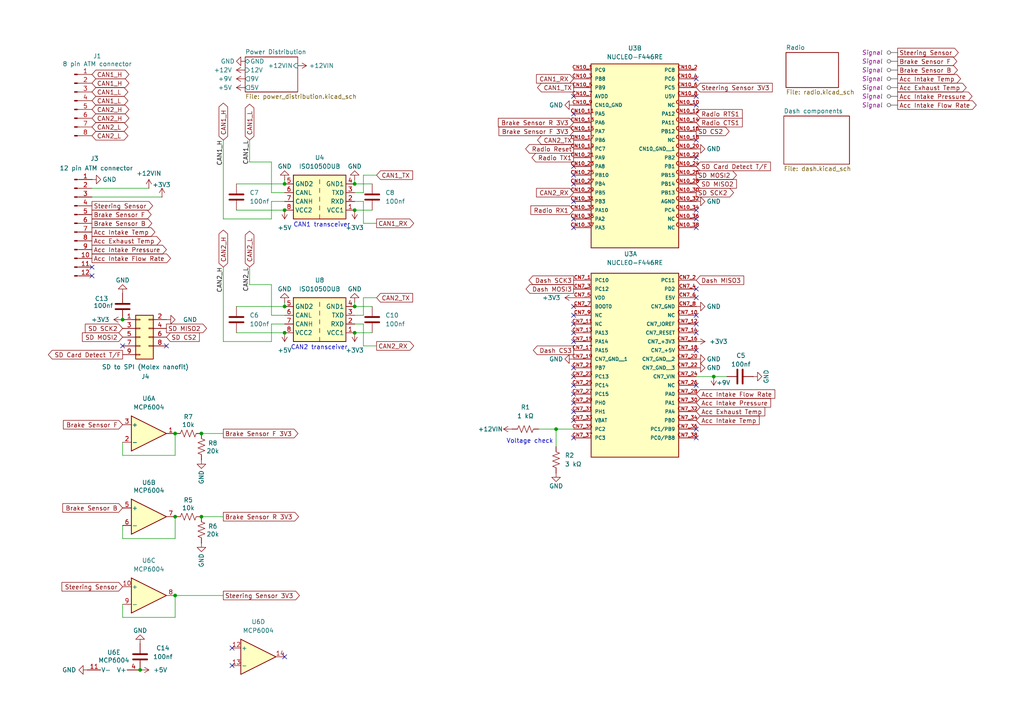
<source format=kicad_sch>
(kicad_sch (version 20231120) (generator "eeschema") (generator_version "8.0")
  (paper "A4")
  (title_block (title "Telemetry Board") (date "2024-11-22") (rev "1.0"))
  (lib_symbols
    (symbol "Amplifier_Operational:MCP6004" (pin_names (offset 0.127))
      (property "Reference" "U" (at 0 5.08 0))
      (property "Value" "MCP6004" (at 0 -5.08 0))
      (symbol "MCP6004_1_1"
        (polyline (pts (xy -5.08 5.08) (xy 5.08 0) (xy -5.08 -5.08) (xy -5.08 5.08)) (stroke (width 0.254)) (fill (type background)))
        (pin output line (at 7.62 0 180) (length 2.54) (name "~") (number "1"))
        (pin input line (at -7.62 -2.54 0) (length 2.54) (name "-") (number "2"))
        (pin input line (at -7.62 2.54 0) (length 2.54) (name "+") (number "3"))
      )
      (symbol "MCP6004_2_1"
        (polyline (pts (xy -5.08 5.08) (xy 5.08 0) (xy -5.08 -5.08) (xy -5.08 5.08)) (stroke (width 0.254)) (fill (type background)))
        (pin input line (at -7.62 2.54 0) (length 2.54) (name "+") (number "5"))
        (pin input line (at -7.62 -2.54 0) (length 2.54) (name "-") (number "6"))
        (pin output line (at 7.62 0 180) (length 2.54) (name "~") (number "7"))
      )
      (symbol "MCP6004_3_1"
        (polyline (pts (xy -5.08 5.08) (xy 5.08 0) (xy -5.08 -5.08) (xy -5.08 5.08)) (stroke (width 0.254)) (fill (type background)))
        (pin input line (at -7.62 2.54 0) (length 2.54) (name "+") (number "10"))
        (pin output line (at 7.62 0 180) (length 2.54) (name "~") (number "8"))
        (pin input line (at -7.62 -2.54 0) (length 2.54) (name "-") (number "9"))
      )
      (symbol "MCP6004_4_1"
        (polyline (pts (xy -5.08 5.08) (xy 5.08 0) (xy -5.08 -5.08) (xy -5.08 5.08)) (stroke (width 0.254)) (fill (type background)))
        (pin input line (at -7.62 2.54 0) (length 2.54) (name "+") (number "12"))
        (pin input line (at -7.62 -2.54 0) (length 2.54) (name "-") (number "13"))
        (pin output line (at 7.62 0 180) (length 2.54) (name "~") (number "14"))
      )
      (symbol "MCP6004_5_1"
        (pin power_in line (at -2.54 -7.62 90) (length 3.81) (name "V-") (number "11"))
        (pin power_in line (at -2.54 7.62 270) (length 3.81) (name "V+") (number "4"))
      )
    )
    (symbol "Connector:Conn_01x08_Pin" (pin_names (offset 1.016) hide)
      (property "Reference" "J" (at 0 10.16 0))
      (property "Value" "Conn_01x08_Pin" (at 0 -12.7 0))
      (symbol "Conn_01x08_Pin_1_1"
        (polyline (pts (xy 1.27 -10.16) (xy 0.8636 -10.16)) (stroke (width 0.1524)))
        (polyline (pts (xy 1.27 -7.62) (xy 0.8636 -7.62)) (stroke (width 0.1524)))
        (polyline (pts (xy 1.27 -5.08) (xy 0.8636 -5.08)) (stroke (width 0.1524)))
        (polyline (pts (xy 1.27 -2.54) (xy 0.8636 -2.54)) (stroke (width 0.1524)))
        (polyline (pts (xy 1.27 0) (xy 0.8636 0)) (stroke (width 0.1524)))
        (polyline (pts (xy 1.27 2.54) (xy 0.8636 2.54)) (stroke (width 0.1524)))
        (polyline (pts (xy 1.27 5.08) (xy 0.8636 5.08)) (stroke (width 0.1524)))
        (polyline (pts (xy 1.27 7.62) (xy 0.8636 7.62)) (stroke (width 0.1524)))
        (rectangle (start 0.8636 -10.033) (end 0 -10.287) (stroke (width 0.1524)) (fill (type outline)))
        (rectangle (start 0.8636 -7.493) (end 0 -7.747) (stroke (width 0.1524)) (fill (type outline)))
        (rectangle (start 0.8636 -4.953) (end 0 -5.207) (stroke (width 0.1524)) (fill (type outline)))
        (rectangle (start 0.8636 -2.413) (end 0 -2.667) (stroke (width 0.1524)) (fill (type outline)))
        (rectangle (start 0.8636 0.127) (end 0 -0.127) (stroke (width 0.1524)) (fill (type outline)))
        (rectangle (start 0.8636 2.667) (end 0 2.413) (stroke (width 0.1524)) (fill (type outline)))
        (rectangle (start 0.8636 5.207) (end 0 4.953) (stroke (width 0.1524)) (fill (type outline)))
        (rectangle (start 0.8636 7.747) (end 0 7.493) (stroke (width 0.1524)) (fill (type outline)))
        (pin passive line (at 5.08 7.62 180) (length 3.81) (name "Pin_1") (number "1"))
        (pin passive line (at 5.08 5.08 180) (length 3.81) (name "Pin_2") (number "2"))
        (pin passive line (at 5.08 2.54 180) (length 3.81) (name "Pin_3") (number "3"))
        (pin passive line (at 5.08 0 180) (length 3.81) (name "Pin_4") (number "4"))
        (pin passive line (at 5.08 -2.54 180) (length 3.81) (name "Pin_5") (number "5"))
        (pin passive line (at 5.08 -5.08 180) (length 3.81) (name "Pin_6") (number "6"))
        (pin passive line (at 5.08 -7.62 180) (length 3.81) (name "Pin_7") (number "7"))
        (pin passive line (at 5.08 -10.16 180) (length 3.81) (name "Pin_8") (number "8"))
      )
    )
    (symbol "Connector:Conn_01x12_Pin" (pin_names (offset 1.016) hide)
      (property "Reference" "J" (at 0 15.24 0))
      (property "Value" "Conn_01x12_Pin" (at 0 -17.78 0))
      (symbol "Conn_01x12_Pin_1_1"
        (polyline (pts (xy 1.27 -15.24) (xy 0.8636 -15.24)) (stroke (width 0.1524)))
        (polyline (pts (xy 1.27 -12.7) (xy 0.8636 -12.7)) (stroke (width 0.1524)))
        (polyline (pts (xy 1.27 -10.16) (xy 0.8636 -10.16)) (stroke (width 0.1524)))
        (polyline (pts (xy 1.27 -7.62) (xy 0.8636 -7.62)) (stroke (width 0.1524)))
        (polyline (pts (xy 1.27 -5.08) (xy 0.8636 -5.08)) (stroke (width 0.1524)))
        (polyline (pts (xy 1.27 -2.54) (xy 0.8636 -2.54)) (stroke (width 0.1524)))
        (polyline (pts (xy 1.27 0) (xy 0.8636 0)) (stroke (width 0.1524)))
        (polyline (pts (xy 1.27 2.54) (xy 0.8636 2.54)) (stroke (width 0.1524)))
        (polyline (pts (xy 1.27 5.08) (xy 0.8636 5.08)) (stroke (width 0.1524)))
        (polyline (pts (xy 1.27 7.62) (xy 0.8636 7.62)) (stroke (width 0.1524)))
        (polyline (pts (xy 1.27 10.16) (xy 0.8636 10.16)) (stroke (width 0.1524)))
        (polyline (pts (xy 1.27 12.7) (xy 0.8636 12.7)) (stroke (width 0.1524)))
        (rectangle (start 0.8636 -15.113) (end 0 -15.367) (stroke (width 0.1524)) (fill (type outline)))
        (rectangle (start 0.8636 -12.573) (end 0 -12.827) (stroke (width 0.1524)) (fill (type outline)))
        (rectangle (start 0.8636 -10.033) (end 0 -10.287) (stroke (width 0.1524)) (fill (type outline)))
        (rectangle (start 0.8636 -7.493) (end 0 -7.747) (stroke (width 0.1524)) (fill (type outline)))
        (rectangle (start 0.8636 -4.953) (end 0 -5.207) (stroke (width 0.1524)) (fill (type outline)))
        (rectangle (start 0.8636 -2.413) (end 0 -2.667) (stroke (width 0.1524)) (fill (type outline)))
        (rectangle (start 0.8636 0.127) (end 0 -0.127) (stroke (width 0.1524)) (fill (type outline)))
        (rectangle (start 0.8636 2.667) (end 0 2.413) (stroke (width 0.1524)) (fill (type outline)))
        (rectangle (start 0.8636 5.207) (end 0 4.953) (stroke (width 0.1524)) (fill (type outline)))
        (rectangle (start 0.8636 7.747) (end 0 7.493) (stroke (width 0.1524)) (fill (type outline)))
        (rectangle (start 0.8636 10.287) (end 0 10.033) (stroke (width 0.1524)) (fill (type outline)))
        (rectangle (start 0.8636 12.827) (end 0 12.573) (stroke (width 0.1524)) (fill (type outline)))
        (pin passive line (at 5.08 12.7 180) (length 3.81) (name "Pin_1") (number "1"))
        (pin passive line (at 5.08 -10.16 180) (length 3.81) (name "Pin_10") (number "10"))
        (pin passive line (at 5.08 -12.7 180) (length 3.81) (name "Pin_11") (number "11"))
        (pin passive line (at 5.08 -15.24 180) (length 3.81) (name "Pin_12") (number "12"))
        (pin passive line (at 5.08 10.16 180) (length 3.81) (name "Pin_2") (number "2"))
        (pin passive line (at 5.08 7.62 180) (length 3.81) (name "Pin_3") (number "3"))
        (pin passive line (at 5.08 5.08 180) (length 3.81) (name "Pin_4") (number "4"))
        (pin passive line (at 5.08 2.54 180) (length 3.81) (name "Pin_5") (number "5"))
        (pin passive line (at 5.08 0 180) (length 3.81) (name "Pin_6") (number "6"))
        (pin passive line (at 5.08 -2.54 180) (length 3.81) (name "Pin_7") (number "7"))
        (pin passive line (at 5.08 -5.08 180) (length 3.81) (name "Pin_8") (number "8"))
        (pin passive line (at 5.08 -7.62 180) (length 3.81) (name "Pin_9") (number "9"))
      )
    )
    (symbol "Connector_Generic:Conn_2Rows-09Pins" (pin_names (offset 1.016) hide)
      (property "Reference" "J" (at 1.27 7.62 0))
      (property "Value" "Conn_2Rows-09Pins" (at 1.27 -7.62 0))
      (symbol "Conn_2Rows-09Pins_1_1"
        (rectangle (start -1.27 -4.953) (end 0 -5.207) (stroke (width 0.1524)))
        (rectangle (start -1.27 -2.413) (end 0 -2.667) (stroke (width 0.1524)))
        (rectangle (start -1.27 0.127) (end 0 -0.127) (stroke (width 0.1524)))
        (rectangle (start -1.27 2.667) (end 0 2.413) (stroke (width 0.1524)))
        (rectangle (start -1.27 5.207) (end 0 4.953) (stroke (width 0.1524)))
        (rectangle (start -1.27 6.35) (end 3.81 -6.35) (stroke (width 0.254)) (fill (type background)))
        (rectangle (start 3.81 -2.413) (end 2.54 -2.667) (stroke (width 0.1524)))
        (rectangle (start 3.81 0.127) (end 2.54 -0.127) (stroke (width 0.1524)))
        (rectangle (start 3.81 2.667) (end 2.54 2.413) (stroke (width 0.1524)))
        (rectangle (start 3.81 5.207) (end 2.54 4.953) (stroke (width 0.1524)))
        (pin passive line (at -5.08 5.08 0) (length 3.81) (name "Pin_1") (number "1"))
        (pin passive line (at 7.62 5.08 180) (length 3.81) (name "Pin_2") (number "2"))
        (pin passive line (at -5.08 2.54 0) (length 3.81) (name "Pin_3") (number "3"))
        (pin passive line (at 7.62 2.54 180) (length 3.81) (name "Pin_4") (number "4"))
        (pin passive line (at -5.08 0 0) (length 3.81) (name "Pin_5") (number "5"))
        (pin passive line (at 7.62 0 180) (length 3.81) (name "Pin_6") (number "6"))
        (pin passive line (at -5.08 -2.54 0) (length 3.81) (name "Pin_7") (number "7"))
        (pin passive line (at 7.62 -2.54 180) (length 3.81) (name "Pin_8") (number "8"))
        (pin passive line (at -5.08 -5.08 0) (length 3.81) (name "Pin_9") (number "9"))
      )
    )
    (symbol "Device:C" (pin_numbers hide) (pin_names (offset 0.254))
      (property "Reference" "C" (at 0.635 2.54 0))
      (property "Value" "C" (at 0.635 -2.54 0))
      (symbol "C_0_1"
        (polyline (pts (xy -2.032 -0.762) (xy 2.032 -0.762)) (stroke (width 0.508)))
        (polyline (pts (xy -2.032 0.762) (xy 2.032 0.762)) (stroke (width 0.508)))
      )
      (symbol "C_1_1"
        (pin passive line (at 0 3.81 270) (length 2.794) (name "~") (number "1"))
        (pin passive line (at 0 -3.81 90) (length 2.794) (name "~") (number "2"))
      )
    )
    (symbol "Device:R_US" (pin_numbers hide) (pin_names (offset 0))
      (property "Reference" "R" (at 2.54 0 90))
      (property "Value" "R_US" (at -2.54 0 90))
      (symbol "R_US_0_1"
        (polyline (pts (xy 0 -2.286) (xy 0 -2.54)))
        (polyline (pts (xy 0 2.286) (xy 0 2.54)))
        (polyline (pts (xy 0 -0.762) (xy 1.016 -1.143) (xy 0 -1.524) (xy -1.016 -1.905) (xy 0 -2.286)))
        (polyline (pts (xy 0 0.762) (xy 1.016 0.381) (xy 0 0) (xy -1.016 -0.381) (xy 0 -0.762)))
        (polyline (pts (xy 0 2.286) (xy 1.016 1.905) (xy 0 1.524) (xy -1.016 1.143) (xy 0 0.762)))
      )
      (symbol "R_US_1_1"
        (pin passive line (at 0 3.81 270) (length 1.27) (name "~") (number "1"))
        (pin passive line (at 0 -3.81 90) (length 1.27) (name "~") (number "2"))
      )
    )
    (symbol "FS_3_Global_Symbol_Library:NUCLEO-F446RE" (pin_names (offset 1.016))
      (property "Reference" "U" (at -12.446 26.67 0))
      (property "Value" "NUCLEO-F446RE" (at -8.382 -24.384 0))
      (symbol "NUCLEO-F446RE_1_0"
        (rectangle (start -12.7 26.162) (end 12.7 -27.178) (stroke (width 0.254)) (fill (type background)))
        (pin bidirectional line (at -17.78 24.13 0) (length 5.08) (name "PC10") (number "CN7_1"))
        (pin free line (at 17.78 13.97 180) (length 5.08) (name "NC") (number "CN7_10"))
        (pin free line (at -17.78 11.43 0) (length 5.08) (name "NC") (number "CN7_11"))
        (pin bidirectional line (at 17.78 11.43 180) (length 5.08) (name "CN7_IOREF") (number "CN7_12"))
        (pin bidirectional line (at -17.78 8.89 0) (length 5.08) (name "PA13") (number "CN7_13"))
        (pin bidirectional line (at 17.78 8.89 180) (length 5.08) (name "CN7_RESET") (number "CN7_14"))
        (pin bidirectional line (at -17.78 6.35 0) (length 5.08) (name "PA14") (number "CN7_15"))
        (pin power_out line (at 17.78 6.35 180) (length 5.08) (name "CN7_+3V3") (number "CN7_16"))
        (pin bidirectional line (at -17.78 3.81 0) (length 5.08) (name "PA15") (number "CN7_17"))
        (pin power_in line (at 17.78 3.81 180) (length 5.08) (name "CN7_+5V") (number "CN7_18"))
        (pin power_in line (at -17.78 1.27 0) (length 5.08) (name "CN7_GND__1") (number "CN7_19"))
        (pin bidirectional line (at 17.78 24.13 180) (length 5.08) (name "PC11") (number "CN7_2"))
        (pin power_in line (at 17.78 1.27 180) (length 5.08) (name "CN7_GND__2") (number "CN7_20"))
        (pin bidirectional line (at -17.78 -1.27 0) (length 5.08) (name "PB7") (number "CN7_21"))
        (pin power_in line (at 17.78 -1.27 180) (length 5.08) (name "CN7_GND__3") (number "CN7_22"))
        (pin bidirectional line (at -17.78 -3.81 0) (length 5.08) (name "PC13") (number "CN7_23"))
        (pin power_in line (at 17.78 -3.81 180) (length 5.08) (name "CN7_VIN") (number "CN7_24"))
        (pin bidirectional line (at -17.78 -6.35 0) (length 5.08) (name "PC14") (number "CN7_25"))
        (pin free line (at 17.78 -6.35 180) (length 5.08) (name "NC") (number "CN7_26"))
        (pin bidirectional line (at -17.78 -8.89 0) (length 5.08) (name "PC15") (number "CN7_27"))
        (pin bidirectional line (at 17.78 -8.89 180) (length 5.08) (name "PA0") (number "CN7_28"))
        (pin bidirectional line (at -17.78 -11.43 0) (length 5.08) (name "PH0") (number "CN7_29"))
        (pin bidirectional line (at -17.78 21.59 0) (length 5.08) (name "PC12") (number "CN7_3"))
        (pin bidirectional line (at 17.78 -11.43 180) (length 5.08) (name "PA1") (number "CN7_30"))
        (pin bidirectional line (at -17.78 -13.97 0) (length 5.08) (name "PH1") (number "CN7_31"))
        (pin bidirectional line (at 17.78 -13.97 180) (length 5.08) (name "PA4") (number "CN7_32"))
        (pin power_in line (at -17.78 -16.51 0) (length 5.08) (name "VBAT") (number "CN7_33"))
        (pin bidirectional line (at 17.78 -16.51 180) (length 5.08) (name "PB0") (number "CN7_34"))
        (pin bidirectional line (at -17.78 -19.05 0) (length 5.08) (name "PC2") (number "CN7_35"))
        (pin bidirectional line (at 17.78 -19.05 180) (length 5.08) (name "PC1/PB9") (number "CN7_36"))
        (pin bidirectional line (at -17.78 -21.59 0) (length 5.08) (name "PC3") (number "CN7_37"))
        (pin bidirectional line (at 17.78 -21.59 180) (length 5.08) (name "PC0/PB8") (number "CN7_38"))
        (pin bidirectional line (at 17.78 21.59 180) (length 5.08) (name "PD2") (number "CN7_4"))
        (pin power_in line (at -17.78 19.05 0) (length 5.08) (name "VDD") (number "CN7_5"))
        (pin power_in line (at 17.78 19.05 180) (length 5.08) (name "E5V") (number "CN7_6"))
        (pin bidirectional line (at -17.78 16.51 0) (length 5.08) (name "BOOT0") (number "CN7_7"))
        (pin power_in line (at 17.78 16.51 180) (length 5.08) (name "CN7_GND") (number "CN7_8"))
        (pin free line (at -17.78 13.97 0) (length 5.08) (name "NC") (number "CN7_9"))
      )
      (symbol "NUCLEO-F446RE_2_0"
        (rectangle (start -12.7 25.908) (end 12.7 -27.432) (stroke (width 0.254)) (fill (type background)))
        (pin bidirectional line (at -17.78 24.13 0) (length 5.08) (name "PC9") (number "CN10_1"))
        (pin free line (at 17.78 13.97 180) (length 5.08) (name "NC") (number "CN10_10"))
        (pin bidirectional line (at -17.78 11.43 0) (length 5.08) (name "PA5") (number "CN10_11"))
        (pin bidirectional line (at 17.78 11.43 180) (length 5.08) (name "PA12") (number "CN10_12"))
        (pin bidirectional line (at -17.78 8.89 0) (length 5.08) (name "PA6") (number "CN10_13"))
        (pin bidirectional line (at 17.78 8.89 180) (length 5.08) (name "PA11") (number "CN10_14"))
        (pin bidirectional line (at -17.78 6.35 0) (length 5.08) (name "PA7") (number "CN10_15"))
        (pin bidirectional line (at 17.78 6.35 180) (length 5.08) (name "PB12") (number "CN10_16"))
        (pin bidirectional line (at -17.78 3.81 0) (length 5.08) (name "PB6") (number "CN10_17"))
        (pin free line (at 17.78 3.81 180) (length 5.08) (name "NC") (number "CN10_18"))
        (pin bidirectional line (at -17.78 1.27 0) (length 5.08) (name "PC7") (number "CN10_19"))
        (pin bidirectional line (at 17.78 24.13 180) (length 5.08) (name "PC8") (number "CN10_2"))
        (pin power_in line (at 17.78 1.27 180) (length 5.08) (name "CN10_GND__1") (number "CN10_20"))
        (pin bidirectional line (at -17.78 -1.27 0) (length 5.08) (name "PA9") (number "CN10_21"))
        (pin bidirectional line (at 17.78 -1.27 180) (length 5.08) (name "PB2") (number "CN10_22"))
        (pin bidirectional line (at -17.78 -3.81 0) (length 5.08) (name "PA8") (number "CN10_23"))
        (pin bidirectional line (at 17.78 -3.81 180) (length 5.08) (name "PB1") (number "CN10_24"))
        (pin bidirectional line (at -17.78 -6.35 0) (length 5.08) (name "PB10") (number "CN10_25"))
        (pin bidirectional line (at 17.78 -6.35 180) (length 5.08) (name "PB15") (number "CN10_26"))
        (pin bidirectional line (at -17.78 -8.89 0) (length 5.08) (name "PB4") (number "CN10_27"))
        (pin bidirectional line (at 17.78 -8.89 180) (length 5.08) (name "PB14") (number "CN10_28"))
        (pin bidirectional line (at -17.78 -11.43 0) (length 5.08) (name "PB5") (number "CN10_29"))
        (pin bidirectional line (at -17.78 21.59 0) (length 5.08) (name "PB8") (number "CN10_3"))
        (pin bidirectional line (at 17.78 -11.43 180) (length 5.08) (name "PB13") (number "CN10_30"))
        (pin bidirectional line (at -17.78 -13.97 0) (length 5.08) (name "PB3") (number "CN10_31"))
        (pin power_in line (at 17.78 -13.97 180) (length 5.08) (name "AGND") (number "CN10_32"))
        (pin bidirectional line (at -17.78 -16.51 0) (length 5.08) (name "PA10") (number "CN10_33"))
        (pin bidirectional line (at 17.78 -16.51 180) (length 5.08) (name "PC4") (number "CN10_34"))
        (pin bidirectional line (at -17.78 -19.05 0) (length 5.08) (name "PA2") (number "CN10_35"))
        (pin free line (at 17.78 -19.05 180) (length 5.08) (name "NC") (number "CN10_36"))
        (pin bidirectional line (at -17.78 -21.59 0) (length 5.08) (name "PA3") (number "CN10_37"))
        (pin free line (at 17.78 -21.59 180) (length 5.08) (name "NC") (number "CN10_38"))
        (pin bidirectional line (at 17.78 21.59 180) (length 5.08) (name "PC6") (number "CN10_4"))
        (pin bidirectional line (at -17.78 19.05 0) (length 5.08) (name "PB9") (number "CN10_5"))
        (pin bidirectional line (at 17.78 19.05 180) (length 5.08) (name "PC5") (number "CN10_6"))
        (pin power_in line (at -17.78 16.51 0) (length 5.08) (name "AVDD") (number "CN10_7"))
        (pin power_in line (at 17.78 16.51 180) (length 5.08) (name "U5V") (number "CN10_8"))
        (pin power_in line (at -17.78 13.97 0) (length 5.08) (name "CN10_GND") (number "CN10_9"))
      )
    )
    (symbol "Interface_CAN_LIN:ISO1050DUB"
      (property "Reference" "U" (at -6.35 6.35 0))
      (property "Value" "ISO1050DUB" (at 2.54 6.35 0))
      (symbol "ISO1050DUB_0_1"
        (rectangle (start -7.62 5.08) (end 7.62 -7.62) (stroke (width 0.254)) (fill (type background)))
        (polyline (pts (xy 0 -5.08) (xy 0 -6.35)))
        (polyline (pts (xy 0 -2.54) (xy 0 -3.81)))
        (polyline (pts (xy 0 0) (xy 0 -1.27)))
        (polyline (pts (xy 0 2.54) (xy 0 1.27)))
        (polyline (pts (xy 0 5.08) (xy 0 3.81)))
      )
      (symbol "ISO1050DUB_1_1"
        (pin power_in line (at -10.16 2.54 0) (length 2.54) (name "VCC1") (number "1"))
        (pin output line (at -10.16 0 0) (length 2.54) (name "RXD") (number "2"))
        (pin input line (at -10.16 -2.54 0) (length 2.54) (name "TXD") (number "3"))
        (pin power_in line (at -10.16 -5.08 0) (length 2.54) (name "GND1") (number "4"))
        (pin power_in line (at 10.16 -5.08 180) (length 2.54) (name "GND2") (number "5"))
        (pin bidirectional line (at 10.16 -2.54 180) (length 2.54) (name "CANL") (number "6"))
        (pin bidirectional line (at 10.16 0 180) (length 2.54) (name "CANH") (number "7"))
        (pin power_in line (at 10.16 2.54 180) (length 2.54) (name "VCC2") (number "8"))
      )
    )
    (symbol "power:+12V" (power) (pin_numbers hide) (pin_names (offset 0) hide)
      (property "Value" "+12V" (at 0 3.556 0))
      (symbol "+12V_0_1"
        (polyline (pts (xy -0.762 1.27) (xy 0 2.54)))
        (polyline (pts (xy 0 0) (xy 0 2.54)))
        (polyline (pts (xy 0 2.54) (xy 0.762 1.27)))
      )
      (symbol "+12V_1_1"
        (pin power_in line (at 0 0 90) (length 0) (name "~") (number "1"))
      )
    )
    (symbol "power:+3V3" (power) (pin_numbers hide) (pin_names (offset 0) hide)
      (property "Value" "+3V3" (at 0 3.556 0))
      (symbol "+3V3_0_1"
        (polyline (pts (xy -0.762 1.27) (xy 0 2.54)))
        (polyline (pts (xy 0 0) (xy 0 2.54)))
        (polyline (pts (xy 0 2.54) (xy 0.762 1.27)))
      )
      (symbol "+3V3_1_1"
        (pin power_in line (at 0 0 90) (length 0) (name "~") (number "1"))
      )
    )
    (symbol "power:+5V" (power) (pin_numbers hide) (pin_names (offset 0) hide)
      (property "Value" "+5V" (at 0 3.556 0))
      (symbol "+5V_0_1"
        (polyline (pts (xy -0.762 1.27) (xy 0 2.54)))
        (polyline (pts (xy 0 0) (xy 0 2.54)))
        (polyline (pts (xy 0 2.54) (xy 0.762 1.27)))
      )
      (symbol "+5V_1_1"
        (pin power_in line (at 0 0 90) (length 0) (name "~") (number "1"))
      )
    )
    (symbol "power:+9V" (power) (pin_numbers hide) (pin_names (offset 0) hide)
      (property "Value" "+9V" (at 0 3.556 0))
      (symbol "+9V_0_1"
        (polyline (pts (xy -0.762 1.27) (xy 0 2.54)))
        (polyline (pts (xy 0 0) (xy 0 2.54)))
        (polyline (pts (xy 0 2.54) (xy 0.762 1.27)))
      )
      (symbol "+9V_1_1"
        (pin power_in line (at 0 0 90) (length 0) (name "~") (number "1"))
      )
    )
    (symbol "power:GND" (power) (pin_numbers hide) (pin_names (offset 0) hide)
      (property "Value" "GND" (at 0 -3.81 0))
      (symbol "GND_0_1"
        (polyline (pts (xy 0 0) (xy 0 -1.27) (xy 1.27 -1.27) (xy 0 -2.54) (xy -1.27 -1.27) (xy 0 -1.27)))
      )
      (symbol "GND_1_1"
        (pin power_in line (at 0 0 270) (length 0) (name "~") (number "1"))
      )
    )
  )
  (junction (at 82.55 88.9))
  (junction (at 82.55 60.96))
  (junction (at 207.01 109.22))
  (junction (at 50.8 149.86))
  (junction (at 102.87 53.34))
  (junction (at 161.29 124.46))
  (junction (at 58.42 125.73))
  (junction (at 40.64 194.31))
  (junction (at 102.87 60.96))
  (junction (at 82.55 53.34))
  (junction (at 50.8 125.73))
  (junction (at 82.55 96.52))
  (junction (at 102.87 96.52))
  (junction (at 102.87 88.9))
  (junction (at 50.8 172.72))
  (junction (at 35.56 92.71))
  (junction (at 58.42 149.86))
  (no_connect (at 26.67 80.01))
  (no_connect (at 166.37 119.38))
  (no_connect (at 201.93 93.98))
  (no_connect (at 166.37 109.22))
  (no_connect (at 201.93 22.86))
  (no_connect (at 201.93 66.04))
  (no_connect (at 201.93 124.46))
  (no_connect (at 201.93 111.76))
  (no_connect (at 166.37 127))
  (no_connect (at 166.37 93.98))
  (no_connect (at 166.37 33.02))
  (no_connect (at 201.93 60.96))
  (no_connect (at 166.37 116.84))
  (no_connect (at 48.26 100.33))
  (no_connect (at 201.93 91.44))
  (no_connect (at 166.37 27.94))
  (no_connect (at 35.56 100.33))
  (no_connect (at 201.93 30.48))
  (no_connect (at 166.37 114.3))
  (no_connect (at 201.93 86.36))
  (no_connect (at 166.37 53.34))
  (no_connect (at 201.93 27.94))
  (no_connect (at 166.37 88.9))
  (no_connect (at 201.93 96.52))
  (no_connect (at 166.37 111.76))
  (no_connect (at 201.93 45.72))
  (no_connect (at 166.37 66.04))
  (no_connect (at 67.31 193.04))
  (no_connect (at 166.37 99.06))
  (no_connect (at 201.93 101.6))
  (no_connect (at 166.37 50.8))
  (no_connect (at 67.31 187.96))
  (no_connect (at 166.37 63.5))
  (no_connect (at 82.55 190.5))
  (no_connect (at 26.67 77.47))
  (no_connect (at 166.37 106.68))
  (no_connect (at 201.93 63.5))
  (no_connect (at 166.37 58.42))
  (no_connect (at 166.37 91.44))
  (no_connect (at 201.93 40.64))
  (no_connect (at 166.37 96.52))
  (no_connect (at 166.37 121.92))
  (no_connect (at 201.93 127))
  (no_connect (at 166.37 48.26))
  (no_connect (at 201.93 83.82))
  (wire (pts (xy 102.87 53.34) (xy 107.95 53.34)))
  (wire (pts (xy 50.8 172.72) (xy 50.8 179.07)))
  (wire (pts (xy 161.29 124.46) (xy 166.37 124.46)))
  (wire (pts (xy 105.41 50.8) (xy 109.22 50.8)))
  (wire (pts (xy 78.74 82.55) (xy 72.39 82.55)))
  (wire (pts (xy 78.74 46.99) (xy 72.39 46.99)))
  (wire (pts (xy 50.8 179.07) (xy 35.56 179.07)))
  (wire (pts (xy 105.41 55.88) (xy 105.41 50.8)))
  (wire (pts (xy 102.87 52.07) (xy 102.87 53.34)))
  (wire (pts (xy 102.87 88.9) (xy 107.95 88.9)))
  (wire (pts (xy 201.93 109.22) (xy 207.01 109.22)))
  (wire (pts (xy 78.74 91.44) (xy 82.55 91.44)))
  (wire (pts (xy 64.77 40.64) (xy 64.77 63.5)))
  (wire (pts (xy 64.77 125.73) (xy 58.42 125.73)))
  (wire (pts (xy 50.8 125.73) (xy 50.8 132.08)))
  (wire (pts (xy 78.74 93.98) (xy 82.55 93.98)))
  (wire (pts (xy 35.56 152.4) (xy 35.56 156.21)))
  (wire (pts (xy 102.87 96.52) (xy 107.95 96.52)))
  (wire (pts (xy 35.56 132.08) (xy 35.56 128.27)))
  (wire (pts (xy 50.8 156.21) (xy 35.56 156.21)))
  (wire (pts (xy 64.77 63.5) (xy 78.74 63.5)))
  (wire (pts (xy 78.74 99.06) (xy 78.74 93.98)))
  (wire (pts (xy 105.41 64.77) (xy 109.22 64.77)))
  (wire (pts (xy 82.55 52.07) (xy 82.55 53.34)))
  (wire (pts (xy 102.87 60.96) (xy 107.95 60.96)))
  (wire (pts (xy 78.74 58.42) (xy 82.55 58.42)))
  (wire (pts (xy 68.58 96.52) (xy 82.55 96.52)))
  (wire (pts (xy 64.77 99.06) (xy 78.74 99.06)))
  (wire (pts (xy 68.58 60.96) (xy 82.55 60.96)))
  (wire (pts (xy 105.41 91.44) (xy 105.41 86.36)))
  (wire (pts (xy 105.41 100.33) (xy 109.22 100.33)))
  (wire (pts (xy 78.74 63.5) (xy 78.74 58.42)))
  (wire (pts (xy 50.8 172.72) (xy 64.77 172.72)))
  (wire (pts (xy 102.87 91.44) (xy 105.41 91.44)))
  (wire (pts (xy 102.87 55.88) (xy 105.41 55.88)))
  (wire (pts (xy 105.41 93.98) (xy 105.41 100.33)))
  (wire (pts (xy 78.74 55.88) (xy 82.55 55.88)))
  (wire (pts (xy 26.67 57.15) (xy 46.99 57.15)))
  (wire (pts (xy 78.74 82.55) (xy 78.74 91.44)))
  (wire (pts (xy 72.39 77.47) (xy 72.39 82.55)))
  (wire (pts (xy 78.74 46.99) (xy 78.74 55.88)))
  (wire (pts (xy 64.77 77.47) (xy 64.77 99.06)))
  (wire (pts (xy 82.55 87.63) (xy 82.55 88.9)))
  (wire (pts (xy 68.58 88.9) (xy 82.55 88.9)))
  (wire (pts (xy 68.58 53.34) (xy 82.55 53.34)))
  (wire (pts (xy 156.21 124.46) (xy 161.29 124.46)))
  (wire (pts (xy 102.87 87.63) (xy 102.87 88.9)))
  (wire (pts (xy 161.29 129.54) (xy 161.29 124.46)))
  (wire (pts (xy 102.87 93.98) (xy 105.41 93.98)))
  (wire (pts (xy 105.41 58.42) (xy 105.41 64.77)))
  (wire (pts (xy 210.82 109.22) (xy 207.01 109.22)))
  (wire (pts (xy 26.67 54.61) (xy 43.18 54.61)))
  (wire (pts (xy 35.56 175.26) (xy 35.56 179.07)))
  (wire (pts (xy 102.87 58.42) (xy 105.41 58.42)))
  (wire (pts (xy 50.8 149.86) (xy 50.8 156.21)))
  (wire (pts (xy 50.8 132.08) (xy 35.56 132.08)))
  (wire (pts (xy 72.39 40.64) (xy 72.39 46.99)))
  (wire (pts (xy 105.41 86.36) (xy 109.22 86.36)))
  (wire (pts (xy 64.77 149.86) (xy 58.42 149.86)))
  (text "1 CAN bus -> 2 CAN Busses\nSPI Connected to 2 can controllers\nhttps://ww1.microchip.com/downloads/en/DeviceDoc/MCP2515-Stand-Alone-CAN-Controller-with-SPI-20001801J.pdf\nperipheral boards being replaced with CAN (Except power and ground)\nMake a list of sensors that need to be powered by PDB\nReach out to AUTO companies for flow sensor(s)\nUpdate connector to have power(and gnd), can x2, power to peripherals (and gnd), direct inputs.\nDirect inputs go to multiplexer." (at 149.352 -9.652 0) (effects (font (size 1.27 1.27))))
  (text "CAN1 transceiver" (at 85.09 66.04 0) (effects (font (size 1.27 1.27)) (justify left bottom)))
  (text "Voltage check" (at 153.67 128.016 0) (effects (font (size 1.27 1.27))))
  (text "CAN2 transceiver" (at 84.328 101.6 0) (effects (font (size 1.27 1.27)) (justify left bottom)))
  (label "CAN1_H" (at 64.77 40.64 270))
  (label "CAN2_H" (at 64.77 77.47 270))
  (label "CAN1_L" (at 72.39 40.64 270))
  (label "CAN2_L" (at 72.39 77.47 270))
  (global_label "CAN2_H" (shape bidirectional) (at 64.77 77.47 90) (property "Intersheetrefs" "${INTERSHEET_REFS}" (effects (hide yes))))
  (global_label "Dash CS3" (shape output) (at 166.37 101.6 180) (property "Intersheetrefs" "${INTERSHEET_REFS}" (effects (hide yes))))
  (global_label "SD MISO2" (shape input) (at 201.93 53.34 0) (property "Intersheetrefs" "${INTERSHEET_REFS}" (effects (hide yes))))
  (global_label "Steering Sensor" (shape output) (at 26.67 59.69 0) (property "Intersheetrefs" "${INTERSHEET_REFS}" (effects (hide yes))))
  (global_label "Acc Intake Pressure" (shape output) (at 260.35 27.94 0) (property "Intersheetrefs" "${INTERSHEET_REFS}" (effects (hide yes))))
  (global_label "Acc Intake Temp" (shape output) (at 260.35 22.86 0) (property "Intersheetrefs" "${INTERSHEET_REFS}" (effects (hide yes))))
  (global_label "CAN1_RX" (shape output) (at 109.22 64.77 0) (property "Intersheetrefs" "${INTERSHEET_REFS}" (effects (hide yes))))
  (global_label "Acc Exhaust Temp" (shape input) (at 201.93 119.38 0) (property "Intersheetrefs" "${INTERSHEET_REFS}" (effects (hide yes))))
  (global_label "Acc Intake Flow Rate" (shape output) (at 260.35 30.48 0) (property "Intersheetrefs" "${INTERSHEET_REFS}" (effects (hide yes))))
  (global_label "CAN1_L" (shape bidirectional) (at 72.39 40.64 90) (property "Intersheetrefs" "${INTERSHEET_REFS}" (effects (hide yes))))
  (global_label "CAN1_H" (shape bidirectional) (at 26.67 24.13 0) (property "Intersheetrefs" "${INTERSHEET_REFS}" (effects (hide yes))))
  (global_label "Radio TX1" (shape output) (at 166.37 45.72 180) (property "Intersheetrefs" "${INTERSHEET_REFS}" (effects (hide yes))))
  (global_label "Acc Exhaust Temp" (shape output) (at 260.35 25.4 0) (property "Intersheetrefs" "${INTERSHEET_REFS}" (effects (hide yes))))
  (global_label "CAN1_H" (shape bidirectional) (at 26.67 21.59 0) (property "Intersheetrefs" "${INTERSHEET_REFS}" (effects (hide yes))))
  (global_label "Dash MOSI3" (shape output) (at 166.37 83.82 180) (property "Intersheetrefs" "${INTERSHEET_REFS}" (effects (hide yes))))
  (global_label "Acc Intake Temp" (shape input) (at 201.93 121.92 0) (property "Intersheetrefs" "${INTERSHEET_REFS}" (effects (hide yes))))
  (global_label "Dash SCK3" (shape output) (at 166.37 81.28 180) (property "Intersheetrefs" "${INTERSHEET_REFS}" (effects (hide yes))))
  (global_label "Brake Sensor B" (shape input) (at 35.56 147.32 180) (property "Intersheetrefs" "${INTERSHEET_REFS}" (effects (hide yes))))
  (global_label "CAN2_TX" (shape input) (at 109.22 86.36 0) (property "Intersheetrefs" "${INTERSHEET_REFS}" (effects (hide yes))))
  (global_label "CAN1_L" (shape bidirectional) (at 26.67 26.67 0) (property "Intersheetrefs" "${INTERSHEET_REFS}" (effects (hide yes))))
  (global_label "Radio Reset" (shape output) (at 166.37 43.18 180) (property "Intersheetrefs" "${INTERSHEET_REFS}" (effects (hide yes))))
  (global_label "Brake Sensor F" (shape output) (at 26.67 62.23 0) (property "Intersheetrefs" "${INTERSHEET_REFS}" (effects (hide yes))))
  (global_label "Radio CTS1" (shape input) (at 201.93 35.56 0) (property "Intersheetrefs" "${INTERSHEET_REFS}" (effects (hide yes))))
  (global_label "Acc Intake Flow Rate" (shape input) (at 201.93 114.3 0) (property "Intersheetrefs" "${INTERSHEET_REFS}" (effects (hide yes))))
  (global_label "SD CS2" (shape output) (at 201.93 38.1 0) (property "Intersheetrefs" "${INTERSHEET_REFS}" (effects (hide yes))))
  (global_label "CAN2_L" (shape bidirectional) (at 72.39 77.47 90) (property "Intersheetrefs" "${INTERSHEET_REFS}" (effects (hide yes))))
  (global_label "Brake Sensor R 3V3" (shape output) (at 64.77 149.86 0) (property "Intersheetrefs" "${INTERSHEET_REFS}" (effects (hide yes))))
  (global_label "CAN2_TX" (shape output) (at 166.37 40.64 180) (property "Intersheetrefs" "${INTERSHEET_REFS}" (effects (hide yes))))
  (global_label "CAN1_TX" (shape input) (at 109.22 50.8 0) (property "Intersheetrefs" "${INTERSHEET_REFS}" (effects (hide yes))))
  (global_label "CAN1_L" (shape bidirectional) (at 26.67 29.21 0) (property "Intersheetrefs" "${INTERSHEET_REFS}" (effects (hide yes))))
  (global_label "CAN2_RX" (shape output) (at 109.22 100.33 0) (property "Intersheetrefs" "${INTERSHEET_REFS}" (effects (hide yes))))
  (global_label "Acc Intake Flow Rate" (shape output) (at 26.67 74.93 0) (property "Intersheetrefs" "${INTERSHEET_REFS}" (effects (hide yes))))
  (global_label "CAN2_L" (shape bidirectional) (at 26.67 39.37 0) (property "Intersheetrefs" "${INTERSHEET_REFS}" (effects (hide yes))))
  (global_label "SD MISO2" (shape output) (at 48.26 95.25 0) (property "Intersheetrefs" "${INTERSHEET_REFS}" (effects (hide yes))))
  (global_label "Acc Intake Pressure" (shape input) (at 201.93 116.84 0) (property "Intersheetrefs" "${INTERSHEET_REFS}" (effects (hide yes))))
  (global_label "SD Card Detect T{slash}F" (shape input) (at 201.93 48.26 0) (property "Intersheetrefs" "${INTERSHEET_REFS}" (effects (hide yes))))
  (global_label "CAN1_TX" (shape output) (at 166.37 25.4 180) (property "Intersheetrefs" "${INTERSHEET_REFS}" (effects (hide yes))))
  (global_label "Brake Sensor F" (shape output) (at 260.35 17.78 0) (property "Intersheetrefs" "${INTERSHEET_REFS}" (effects (hide yes))))
  (global_label "SD SCK2" (shape input) (at 35.56 95.25 180) (property "Intersheetrefs" "${INTERSHEET_REFS}" (effects (hide yes))))
  (global_label "CAN2_L" (shape bidirectional) (at 26.67 36.83 0) (property "Intersheetrefs" "${INTERSHEET_REFS}" (effects (hide yes))))
  (global_label "Brake Sensor F 3V3" (shape input) (at 166.37 38.1 180) (property "Intersheetrefs" "${INTERSHEET_REFS}" (effects (hide yes))))
  (global_label "CAN1_RX" (shape input) (at 166.37 22.86 180) (property "Intersheetrefs" "${INTERSHEET_REFS}" (effects (hide yes))))
  (global_label "SD Card Detect T{slash}F" (shape output) (at 35.56 102.87 180) (property "Intersheetrefs" "${INTERSHEET_REFS}" (effects (hide yes))))
  (global_label "Brake Sensor B" (shape output) (at 26.67 64.77 0) (property "Intersheetrefs" "${INTERSHEET_REFS}" (effects (hide yes))))
  (global_label "Acc Exhaust Temp" (shape output) (at 26.67 69.85 0) (property "Intersheetrefs" "${INTERSHEET_REFS}" (effects (hide yes))))
  (global_label "SD SCK2" (shape output) (at 201.93 55.88 0) (property "Intersheetrefs" "${INTERSHEET_REFS}" (effects (hide yes))))
  (global_label "Brake Sensor R 3V3" (shape input) (at 166.37 35.56 180) (property "Intersheetrefs" "${INTERSHEET_REFS}" (effects (hide yes))))
  (global_label "Steering Sensor 3V3" (shape input) (at 201.93 25.4 0) (property "Intersheetrefs" "${INTERSHEET_REFS}" (effects (hide yes))))
  (global_label "Radio RX1" (shape input) (at 166.37 60.96 180) (property "Intersheetrefs" "${INTERSHEET_REFS}" (effects (hide yes))))
  (global_label "Brake Sensor F" (shape input) (at 35.56 123.19 180) (property "Intersheetrefs" "${INTERSHEET_REFS}" (effects (hide yes))))
  (global_label "Radio RTS1" (shape input) (at 201.93 33.02 0) (property "Intersheetrefs" "${INTERSHEET_REFS}" (effects (hide yes))))
  (global_label "Acc Intake Temp" (shape output) (at 26.67 67.31 0) (property "Intersheetrefs" "${INTERSHEET_REFS}" (effects (hide yes))))
  (global_label "SD MOSI2" (shape output) (at 201.93 50.8 0) (property "Intersheetrefs" "${INTERSHEET_REFS}" (effects (hide yes))))
  (global_label "Acc Intake Pressure" (shape output) (at 26.67 72.39 0) (property "Intersheetrefs" "${INTERSHEET_REFS}" (effects (hide yes))))
  (global_label "Dash MISO3" (shape input) (at 201.93 81.28 0) (property "Intersheetrefs" "${INTERSHEET_REFS}" (effects (hide yes))))
  (global_label "SD CS2" (shape input) (at 48.26 97.79 0) (property "Intersheetrefs" "${INTERSHEET_REFS}" (effects (hide yes))))
  (global_label "Steering Sensor" (shape output) (at 260.35 15.24 0) (property "Intersheetrefs" "${INTERSHEET_REFS}" (effects (hide yes))))
  (global_label "Steering Sensor" (shape input) (at 35.56 170.18 180) (property "Intersheetrefs" "${INTERSHEET_REFS}" (effects (hide yes))))
  (global_label "CAN1_H" (shape bidirectional) (at 64.77 40.64 90) (property "Intersheetrefs" "${INTERSHEET_REFS}" (effects (hide yes))))
  (global_label "SD MOSI2" (shape input) (at 35.56 97.79 180) (property "Intersheetrefs" "${INTERSHEET_REFS}" (effects (hide yes))))
  (global_label "Brake Sensor B" (shape output) (at 260.35 20.32 0) (property "Intersheetrefs" "${INTERSHEET_REFS}" (effects (hide yes))))
  (global_label "CAN2_H" (shape bidirectional) (at 26.67 31.75 0) (property "Intersheetrefs" "${INTERSHEET_REFS}" (effects (hide yes))))
  (global_label "Brake Sensor F 3V3" (shape output) (at 64.77 125.73 0) (property "Intersheetrefs" "${INTERSHEET_REFS}" (effects (hide yes))))
  (global_label "CAN2_H" (shape bidirectional) (at 26.67 34.29 0) (property "Intersheetrefs" "${INTERSHEET_REFS}" (effects (hide yes))))
  (global_label "Steering Sensor 3V3" (shape output) (at 64.77 172.72 0) (property "Intersheetrefs" "${INTERSHEET_REFS}" (effects (hide yes))))
  (global_label "CAN2_RX" (shape input) (at 166.37 55.88 180) (property "Intersheetrefs" "${INTERSHEET_REFS}" (effects (hide yes))))
  (netclass_flag "" (length 2.54) (shape round) (at 260.35 27.94 90) (property "Netclass" "Signal" (at 249.936 27.94 0) (effects (font (italic yes)) (justify left))))
  (netclass_flag "" (length 2.54) (shape round) (at 260.35 15.24 90) (property "Netclass" "Signal" (at 249.936 15.24 0) (effects (font (italic yes)) (justify left))))
  (netclass_flag "" (length 2.54) (shape round) (at 260.35 22.86 90) (property "Netclass" "Signal" (at 249.936 22.86 0) (effects (font (italic yes)) (justify left))))
  (netclass_flag "" (length 2.54) (shape round) (at 260.35 25.4 90) (property "Netclass" "Signal" (at 249.936 25.4 0) (effects (font (italic yes)) (justify left))))
  (netclass_flag "" (length 2.54) (shape round) (at 260.35 30.48 90) (property "Netclass" "Signal" (at 249.936 30.48 0) (effects (font (italic yes)) (justify left))))
  (netclass_flag "" (length 2.54) (shape round) (at 260.35 17.78 90) (property "Netclass" "Signal" (at 249.936 17.78 0) (effects (font (italic yes)) (justify left))))
  (netclass_flag "" (length 2.54) (shape round) (at 260.35 20.32 90) (property "Netclass" "Signal" (at 249.936 20.32 0) (effects (font (italic yes)) (justify left))))
  (symbol (lib_id "power:GND") (at 102.87 52.07 180) (unit 1)
    (property "Reference" "#PWR038" (effects (hide yes)))
    (property "Value" "GND" (at 102.87 48.26 0))
  )
  (symbol (lib_id "power:GND") (at 58.42 133.35 0) (unit 1)
    (property "Reference" "#PWR046" (effects (hide yes)))
    (property "Value" "GND" (at 58.42 138.43 90))
    (property "Description" "Power symbol creates a global label with name \"GND\" , ground" (effects (hide yes)))
  )
  (symbol (lib_id "power:GND") (at 201.93 104.14 90) (unit 1)
    (property "Reference" "#PWR028" (effects (hide yes)))
    (property "Value" "GND" (at 207.01 104.14 90))
  )
  (symbol (lib_id "power:+12V") (at 71.12 20.32 90) (unit 1)
    (property "Reference" "#PWR021" (effects (hide yes)))
    (property "Value" "+12V" (at 67.31 20.3199 90) (effects (justify left)))
    (property "Description" "Power symbol creates a global label with name \"+12V\"" (effects (hide yes)))
  )
  (symbol (lib_id "Connector_Generic:Conn_2Rows-09Pins") (at 40.64 97.79 0) (unit 1)
    (property "Reference" "J4" (at 42.164 109.22 0))
    (property "Value" "SD to SPI (Molex nanofit)" (at 42.164 106.426 0))
    (property "Footprint" "Connector_Molex:Molex_Nano-Fit_105310-xx10_2x05_P2.50mm_Vertical" (effects (hide yes)))
    (property "Description" "Generic connector, double row, 09 pins, odd/even pin numbering scheme (row 1 odd numbers, row 2 even numbers), script generated (kicad-library-utils/schlib/autogen/connector/)" (effects (hide yes)))
  )
  (symbol (lib_id "Device:R_US") (at 58.42 153.67 180) (unit 1)
    (property "Reference" "R6" (at 61.722 152.654 0))
    (property "Value" "20k" (at 61.722 154.94 0))
    (property "Footprint" "Resistor_SMD:R_0805_2012Metric_Pad1.20x1.40mm_HandSolder" (effects (hide yes)))
  )
  (symbol (lib_id "Interface_CAN_LIN:ISO1050DUB") (at 92.71 93.98 180) (unit 1)
    (property "Reference" "U8" (at 92.71 81.28 0))
    (property "Value" "ISO1050DUB" (at 92.71 83.82 0))
    (property "Footprint" "Package_SO:SOP-8_6.62x9.15mm_P2.54mm" (effects (hide yes)))
    (property "Datasheet" "http://www.ti.com/lit/ds/symlink/iso1050.pdf" (effects (hide yes)))
  )
  (symbol (lib_id "power:+3V3") (at 102.87 60.96 180) (unit 1)
    (property "Reference" "#PWR015" (effects (hide yes)))
    (property "Value" "+3V3" (at 102.87 66.04 0))
    (property "Description" "Power symbol creates a global label with name \"+3V3\"" (effects (hide yes)))
  )
  (symbol (lib_id "power:GND") (at 201.93 88.9 90) (unit 1)
    (property "Reference" "#PWR032" (effects (hide yes)))
    (property "Value" "GND" (at 207.01 88.9 90))
  )
  (symbol (lib_id "power:+12V") (at 86.36 19.05 270) (unit 1)
    (property "Reference" "#PWR051" (effects (hide yes)))
    (property "Value" "+12VIN" (at 93.218 19.05 90))
    (property "Description" "Power symbol creates a global label with name \"+12V\"" (effects (hide yes)))
  )
  (symbol (lib_id "power:GND") (at 201.93 106.68 90) (unit 1)
    (property "Reference" "#PWR029" (effects (hide yes)))
    (property "Value" "GND" (at 207.01 106.68 90))
  )
  (symbol (lib_id "Amplifier_Operational:MCP6004") (at 43.18 149.86 0) (unit 2)
    (property "Reference" "U6" (at 43.18 139.954 0))
    (property "Value" "MCP6004" (at 43.18 142.24 0))
    (property "Footprint" "Package_SO:SOIC-14_3.9x8.7mm_P1.27mm" (effects (hide yes)))
    (property "Datasheet" "http://ww1.microchip.com/downloads/en/DeviceDoc/21733j.pdf" (effects (hide yes)))
    (property "Description" "1MHz, Low-Power Op Amp, DIP-14/SOIC-14/TSSOP-14" (effects (hide yes)))
  )
  (symbol (lib_id "power:+3V3") (at 46.99 57.15 0) (unit 1)
    (property "Reference" "#PWR014" (effects (hide yes)))
    (property "Value" "+3V3" (at 44.196 53.594 0) (effects (justify left)))
    (property "Description" "Power symbol creates a global label with name \"+3V3\"" (effects (hide yes)))
  )
  (symbol (lib_id "Device:C") (at 35.56 88.9 180) (unit 1)
    (property "Reference" "C13" (at 29.464 86.614 0))
    (property "Value" "100nf" (at 29.972 88.646 0))
    (property "Footprint" "Capacitor_SMD:C_0805_2012Metric_Pad1.18x1.45mm_HandSolder" (effects (hide yes)))
  )
  (symbol (lib_id "power:+3V3") (at 201.93 99.06 270) (unit 1)
    (property "Reference" "#PWR022" (effects (hide yes)))
    (property "Value" "+3V3" (at 205.74 99.0599 90) (effects (justify left)))
    (property "Description" "Power symbol creates a global label with name \"+3V3\"" (effects (hide yes)))
  )
  (symbol (lib_id "power:GND") (at 218.44 109.22 90) (unit 1)
    (property "Reference" "#PWR020" (effects (hide yes)))
    (property "Value" "GND" (at 222.25 109.22 0))
  )
  (symbol (lib_id "power:GND") (at 48.26 92.71 90) (unit 1)
    (property "Reference" "#PWR035" (effects (hide yes)))
    (property "Value" "GND" (at 55.118 92.71 90))
  )
  (symbol (lib_id "power:GND") (at 58.42 157.48 0) (unit 1)
    (property "Reference" "#PWR045" (effects (hide yes)))
    (property "Value" "GND" (at 58.42 162.56 90))
    (property "Description" "Power symbol creates a global label with name \"GND\" , ground" (effects (hide yes)))
  )
  (symbol (lib_id "Device:C") (at 40.64 190.5 180) (unit 1)
    (property "Reference" "C14" (at 47.244 187.96 0))
    (property "Value" "100nf" (at 47.244 190.5 0))
    (property "Footprint" "Capacitor_SMD:C_0805_2012Metric_Pad1.18x1.45mm_HandSolder" (effects (hide yes)))
  )
  (symbol (lib_id "power:+9V") (at 207.01 109.22 180) (unit 1)
    (property "Reference" "#PWR016" (effects (hide yes)))
    (property "Value" "+9V" (at 209.804 110.998 0))
  )
  (symbol (lib_id "power:GND") (at 35.56 85.09 180) (unit 1)
    (property "Reference" "#PWR043" (effects (hide yes)))
    (property "Value" "GND" (at 35.56 81.28 0))
  )
  (symbol (lib_id "Device:C") (at 214.63 109.22 90) (unit 1)
    (property "Reference" "C5" (at 214.884 103.124 90))
    (property "Value" "100nf" (at 214.884 105.664 90))
    (property "Footprint" "Capacitor_SMD:C_0805_2012Metric_Pad1.18x1.45mm_HandSolder" (effects (hide yes)))
  )
  (symbol (lib_id "power:+12V") (at 148.59 124.46 90) (unit 1)
    (property "Reference" "#PWR039" (effects (hide yes)))
    (property "Value" "+12VIN" (at 142.24 124.46 90))
    (property "Description" "Power symbol creates a global label with name \"+12V\"" (effects (hide yes)))
  )
  (symbol (lib_id "power:+3V3") (at 102.87 96.52 180) (unit 1)
    (property "Reference" "#PWR023" (effects (hide yes)))
    (property "Value" "+3V3" (at 102.87 101.6 0))
    (property "Description" "Power symbol creates a global label with name \"+3V3\"" (effects (hide yes)))
  )
  (symbol (lib_id "power:+3V3") (at 166.37 86.36 90) (unit 1)
    (property "Reference" "#PWR040" (effects (hide yes)))
    (property "Value" "+3V3" (at 162.56 86.3599 90) (effects (justify left)))
    (property "Description" "Power symbol creates a global label with name \"+3V3\"" (effects (hide yes)))
  )
  (symbol (lib_id "power:+5V") (at 82.55 96.52 180) (unit 1)
    (property "Reference" "#PWR018" (effects (hide yes)))
    (property "Value" "+5V" (at 82.55 101.6 0))
  )
  (symbol (lib_id "power:GND") (at 166.37 30.48 270) (unit 1)
    (property "Reference" "#PWR026" (effects (hide yes)))
    (property "Value" "GND" (at 161.29 30.48 90))
  )
  (symbol (lib_id "Device:C") (at 68.58 92.71 0) (unit 1)
    (property "Reference" "C6" (at 72.39 91.4399 0) (effects (justify left)))
    (property "Value" "100nf" (at 72.39 93.9799 0) (effects (justify left)))
    (property "Footprint" "Capacitor_SMD:C_0805_2012Metric_Pad1.18x1.45mm_HandSolder" (effects (hide yes)))
  )
  (symbol (lib_id "Connector:Conn_01x08_Pin") (at 21.59 29.21 0) (unit 1)
    (property "Reference" "J1" (at 28.194 16.256 0))
    (property "Value" "8 pin ATM connector" (at 28.194 18.542 0))
    (property "Footprint" "FS_3_Global_Footprint_Library:ATM13-8PA-BM03" (effects (hide yes)))
    (property "Description" "Generic connector, single row, 01x08, script generated" (effects (hide yes)))
  )
  (symbol (lib_id "power:+12V") (at 43.18 54.61 0) (unit 1)
    (property "Reference" "#PWR05" (effects (hide yes)))
    (property "Value" "+12VIN" (at 43.18 50.292 0))
    (property "Description" "Power symbol creates a global label with name \"+12V\"" (effects (hide yes)))
  )
  (symbol (lib_id "power:GND") (at 102.87 87.63 180) (unit 1)
    (property "Reference" "#PWR019" (effects (hide yes)))
    (property "Value" "GND" (at 102.87 83.82 0))
  )
  (symbol (lib_id "power:GND") (at 26.67 52.07 90) (unit 1)
    (property "Reference" "#PWR02" (effects (hide yes)))
    (property "Value" "GND" (at 31.75 52.07 90))
    (property "Description" "Power symbol creates a global label with name \"GND\" , ground" (effects (hide yes)))
  )
  (symbol (lib_id "FS_3_Global_Symbol_Library:NUCLEO-F446RE") (at 184.15 44.45 0) (unit 2)
    (property "Reference" "U3" (at 184.15 13.97 0))
    (property "Value" "NUCLEO-F446RE" (at 184.15 16.51 0))
    (property "Footprint" "FS_3_Global_Footprint_Library:NUCLEO-F446RE" (effects (hide yes)))
    (property "Description" "NUCLEO with 2 can busses and an STM 32 MCU" (effects (hide yes)))
    (property "PARTREV" "13" (effects (hide yes)))
    (property "STANDARD" "Manufacturer Recommendations" (effects (hide yes)))
    (property "MANUFACTURER" "STMicroelectronics" (effects (hide yes)))
  )
  (symbol (lib_id "Amplifier_Operational:MCP6004") (at 43.18 172.72 0) (unit 3)
    (property "Reference" "U6" (at 43.18 162.56 0))
    (property "Value" "MCP6004" (at 43.18 165.1 0))
    (property "Footprint" "Package_SO:SOIC-14_3.9x8.7mm_P1.27mm" (effects (hide yes)))
    (property "Datasheet" "http://ww1.microchip.com/downloads/en/DeviceDoc/21733j.pdf" (effects (hide yes)))
    (property "Description" "1MHz, Low-Power Op Amp, DIP-14/SOIC-14/TSSOP-14" (effects (hide yes)))
  )
  (symbol (lib_id "Interface_CAN_LIN:ISO1050DUB") (at 92.71 58.42 180) (unit 1)
    (property "Reference" "U4" (at 92.71 45.72 0))
    (property "Value" "ISO1050DUB" (at 92.71 48.26 0))
    (property "Footprint" "Package_SO:SOP-8_6.62x9.15mm_P2.54mm" (effects (hide yes)))
    (property "Datasheet" "http://www.ti.com/lit/ds/symlink/iso1050.pdf" (effects (hide yes)))
  )
  (symbol (lib_id "Device:R_US") (at 152.4 124.46 90) (unit 1)
    (property "Reference" "R1" (at 152.4 118.11 90))
    (property "Value" "1 kΩ" (at 152.4 120.65 90))
    (property "Footprint" "Resistor_SMD:R_0805_2012Metric_Pad1.20x1.40mm_HandSolder" (effects (hide yes)))
    (property "Description" "Resistor, US symbol" (effects (hide yes)))
  )
  (symbol (lib_id "power:GND") (at 201.93 58.42 90) (unit 1)
    (property "Reference" "#PWR025" (effects (hide yes)))
    (property "Value" "GND" (at 207.01 58.42 90))
  )
  (symbol (lib_id "power:+5V") (at 82.55 60.96 180) (unit 1)
    (property "Reference" "#PWR037" (effects (hide yes)))
    (property "Value" "+5V" (at 82.55 66.04 0))
  )
  (symbol (lib_id "power:GND") (at 71.12 17.78 270) (unit 1)
    (property "Reference" "#PWR033" (effects (hide yes)))
    (property "Value" "GND" (at 66.04 17.78 90))
    (property "Description" "Power symbol creates a global label with name \"GND\" , ground" (effects (hide yes)))
  )
  (symbol (lib_id "power:GND") (at 201.93 43.18 90) (unit 1)
    (property "Reference" "#PWR01" (effects (hide yes)))
    (property "Value" "GND" (at 207.01 43.18 90))
  )
  (symbol (lib_id "Device:R_US") (at 58.42 129.54 180) (unit 1)
    (property "Reference" "R8" (at 61.722 128.524 0))
    (property "Value" "20k" (at 61.722 130.81 0))
    (property "Footprint" "Resistor_SMD:R_0805_2012Metric_Pad1.20x1.40mm_HandSolder" (effects (hide yes)))
  )
  (symbol (lib_id "power:GND") (at 82.55 87.63 180) (unit 1)
    (property "Reference" "#PWR017" (effects (hide yes)))
    (property "Value" "GND" (at 82.55 83.82 0))
  )
  (symbol (lib_id "Amplifier_Operational:MCP6004") (at 74.93 190.5 0) (unit 4)
    (property "Reference" "U6" (at 74.93 180.34 0))
    (property "Value" "MCP6004" (at 74.93 182.88 0))
    (property "Footprint" "Package_SO:SOIC-14_3.9x8.7mm_P1.27mm" (effects (hide yes)))
    (property "Datasheet" "http://ww1.microchip.com/downloads/en/DeviceDoc/21733j.pdf" (effects (hide yes)))
    (property "Description" "1MHz, Low-Power Op Amp, DIP-14/SOIC-14/TSSOP-14" (effects (hide yes)))
  )
  (symbol (lib_id "Device:R_US") (at 54.61 125.73 90) (unit 1)
    (property "Reference" "R7" (at 54.61 120.904 90))
    (property "Value" "10k" (at 54.61 123.19 90))
    (property "Footprint" "Resistor_SMD:R_0805_2012Metric_Pad1.20x1.40mm_HandSolder" (effects (hide yes)))
  )
  (symbol (lib_id "Connector:Conn_01x12_Pin") (at 21.59 64.77 0) (unit 1)
    (property "Reference" "J3" (at 27.432 45.974 0))
    (property "Value" "12 pin ATM connector" (at 27.94 48.768 0))
    (property "Footprint" "FS_3_Global_Footprint_Library:ATM13-12PA-BM03" (effects (hide yes)))
    (property "Description" "Generic connector, single row, 01x12, script generated" (effects (hide yes)))
  )
  (symbol (lib_id "Device:C") (at 107.95 92.71 0) (unit 1)
    (property "Reference" "C10" (at 111.76 91.4399 0) (effects (justify left)))
    (property "Value" "100nf" (at 111.76 93.9799 0) (effects (justify left)))
    (property "Footprint" "Capacitor_SMD:C_0805_2012Metric_Pad1.18x1.45mm_HandSolder" (effects (hide yes)))
  )
  (symbol (lib_id "power:GND") (at 25.4 194.31 270) (unit 1)
    (property "Reference" "#PWR047" (effects (hide yes)))
    (property "Value" "GND" (at 20.066 194.31 90))
  )
  (symbol (lib_id "power:GND") (at 82.55 52.07 180) (unit 1)
    (property "Reference" "#PWR036" (effects (hide yes)))
    (property "Value" "GND" (at 82.55 48.26 0))
  )
  (symbol (lib_id "power:GND") (at 40.64 186.69 180) (unit 1)
    (property "Reference" "#PWR027" (effects (hide yes)))
    (property "Value" "GND" (at 40.64 182.88 0))
  )
  (symbol (lib_id "power:+5V") (at 40.64 194.31 270) (unit 1)
    (property "Reference" "#PWR030" (effects (hide yes)))
    (property "Value" "+5V" (at 44.45 194.3099 90) (effects (justify left)))
  )
  (symbol (lib_id "FS_3_Global_Symbol_Library:NUCLEO-F446RE") (at 184.15 105.41 0) (unit 1)
    (property "Reference" "U3" (at 182.88 73.66 0))
    (property "Value" "NUCLEO-F446RE" (at 184.15 76.2 0))
    (property "Footprint" "FS_3_Global_Footprint_Library:NUCLEO-F446RE" (effects (hide yes)))
    (property "Description" "NUCLEO with 2 can busses and an STM 32 MCU" (effects (hide yes)))
    (property "PARTREV" "13" (effects (hide yes)))
    (property "STANDARD" "Manufacturer Recommendations" (effects (hide yes)))
    (property "MANUFACTURER" "STMicroelectronics" (effects (hide yes)))
  )
  (symbol (lib_id "Device:R_US") (at 54.61 149.86 90) (unit 1)
    (property "Reference" "R5" (at 54.61 145.034 90))
    (property "Value" "10k" (at 54.61 147.32 90))
    (property "Footprint" "Resistor_SMD:R_0805_2012Metric_Pad1.20x1.40mm_HandSolder" (effects (hide yes)))
  )
  (symbol (lib_id "Device:C") (at 107.95 57.15 0) (unit 1)
    (property "Reference" "C8" (at 111.76 55.8799 0) (effects (justify left)))
    (property "Value" "100nf" (at 111.76 58.4199 0) (effects (justify left)))
    (property "Footprint" "Capacitor_SMD:C_0805_2012Metric_Pad1.18x1.45mm_HandSolder" (effects (hide yes)))
  )
  (symbol (lib_id "Device:C") (at 68.58 57.15 0) (unit 1)
    (property "Reference" "C7" (at 72.39 55.8799 0) (effects (justify left)))
    (property "Value" "100nf" (at 72.39 58.4199 0) (effects (justify left)))
    (property "Footprint" "Capacitor_SMD:C_0805_2012Metric_Pad1.18x1.45mm_HandSolder" (effects (hide yes)))
  )
  (symbol (lib_id "Amplifier_Operational:MCP6004") (at 43.18 125.73 0) (unit 1)
    (property "Reference" "U6" (at 43.18 115.57 0))
    (property "Value" "MCP6004" (at 43.18 118.11 0))
    (property "Footprint" "Package_SO:SOIC-14_3.9x8.7mm_P1.27mm" (effects (hide yes)))
    (property "Datasheet" "http://ww1.microchip.com/downloads/en/DeviceDoc/21733j.pdf" (effects (hide yes)))
    (property "Description" "1MHz, Low-Power Op Amp, DIP-14/SOIC-14/TSSOP-14" (effects (hide yes)))
  )
  (symbol (lib_id "Amplifier_Operational:MCP6004") (at 33.02 196.85 270) (unit 5)
    (property "Reference" "U6" (at 33.02 189.23 90))
    (property "Value" "MCP6004" (at 33.02 191.516 90))
    (property "Footprint" "Package_SO:SOIC-14_3.9x8.7mm_P1.27mm" (effects (hide yes)))
    (property "Datasheet" "http://ww1.microchip.com/downloads/en/DeviceDoc/21733j.pdf" (effects (hide yes)))
    (property "Description" "1MHz, Low-Power Op Amp, DIP-14/SOIC-14/TSSOP-14" (effects (hide yes)))
  )
  (symbol (lib_id "power:GND") (at 161.29 137.16 0) (unit 1)
    (property "Reference" "#PWR041" (effects (hide yes)))
    (property "Value" "GND" (at 161.29 140.97 0))
  )
  (symbol (lib_id "power:+9V") (at 71.12 22.86 90) (unit 1)
    (property "Reference" "#PWR024" (effects (hide yes)))
    (property "Value" "+9V" (at 67.31 22.8599 90) (effects (justify left)))
    (property "Description" "Power symbol creates a global label with name \"+9V\"" (effects (hide yes)))
  )
  (symbol (lib_id "Device:R_US") (at 161.29 133.35 180) (unit 1)
    (property "Reference" "R2" (at 163.83 132.0799 0) (effects (justify right)))
    (property "Value" "3 kΩ" (at 163.83 134.6199 0) (effects (justify right)))
    (property "Footprint" "Resistor_SMD:R_0805_2012Metric_Pad1.20x1.40mm_HandSolder" (effects (hide yes)))
    (property "Description" "Resistor, US symbol" (effects (hide yes)))
  )
  (symbol (lib_id "power:+5V") (at 71.12 25.4 90) (unit 1)
    (property "Reference" "#PWR031" (effects (hide yes)))
    (property "Value" "+5V" (at 67.31 25.4001 90) (effects (justify left)))
    (property "Description" "Power symbol creates a global label with name \"+5V\"" (effects (hide yes)))
  )
  (symbol (lib_id "power:GND") (at 166.37 104.14 270) (unit 1)
    (property "Reference" "#PWR034" (effects (hide yes)))
    (property "Value" "GND" (at 161.29 104.14 90))
  )
  (symbol (lib_id "power:+5V") (at 35.56 92.71 90) (unit 1)
    (property "Reference" "#PWR044" (effects (hide yes)))
    (property "Value" "+3V3" (at 31.75 92.7099 90) (effects (justify left)))
  )
  (sheet (at 227.965 15.24) (size 15.24 10.16) (stroke (width 0.1524))
    (property "Sheetname" "Radio" (at 227.965 14.5284 0) (effects (justify left bottom)))
    (property "Sheetfile" "radio.kicad_sch" (at 227.965 25.9846 0) (effects (justify left top)))
  )
  (sheet (at 227.33 33.655) (size 19.05 13.97) (stroke (width 0.1524))
    (property "Sheetname" "Dash components" (at 227.33 32.9434 0) (effects (justify left bottom)))
    (property "Sheetfile" "dash.kicad_sch" (at 227.33 48.2096 0) (effects (justify left top)))
  )
  (sheet (at 71.12 16.51) (size 15.24 10.16) (stroke (width 0.1524))
    (property "Sheetname" "Power Distribution" (at 71.12 15.7984 0) (effects (justify left bottom)))
    (property "Sheetfile" "power_distribution.kicad_sch" (at 71.12 27.2546 0) (effects (justify left top)))
    (pin "9V" output (at 71.12 22.86 180))
    (pin "GND" bidirectional (at 71.12 17.78 180))
    (pin "12V" input (at 71.12 20.32 180))
    (pin "5V" output (at 71.12 25.4 180))
    (pin "+12VIN" input (at 86.36 19.05 0))
  )
)
</source>
